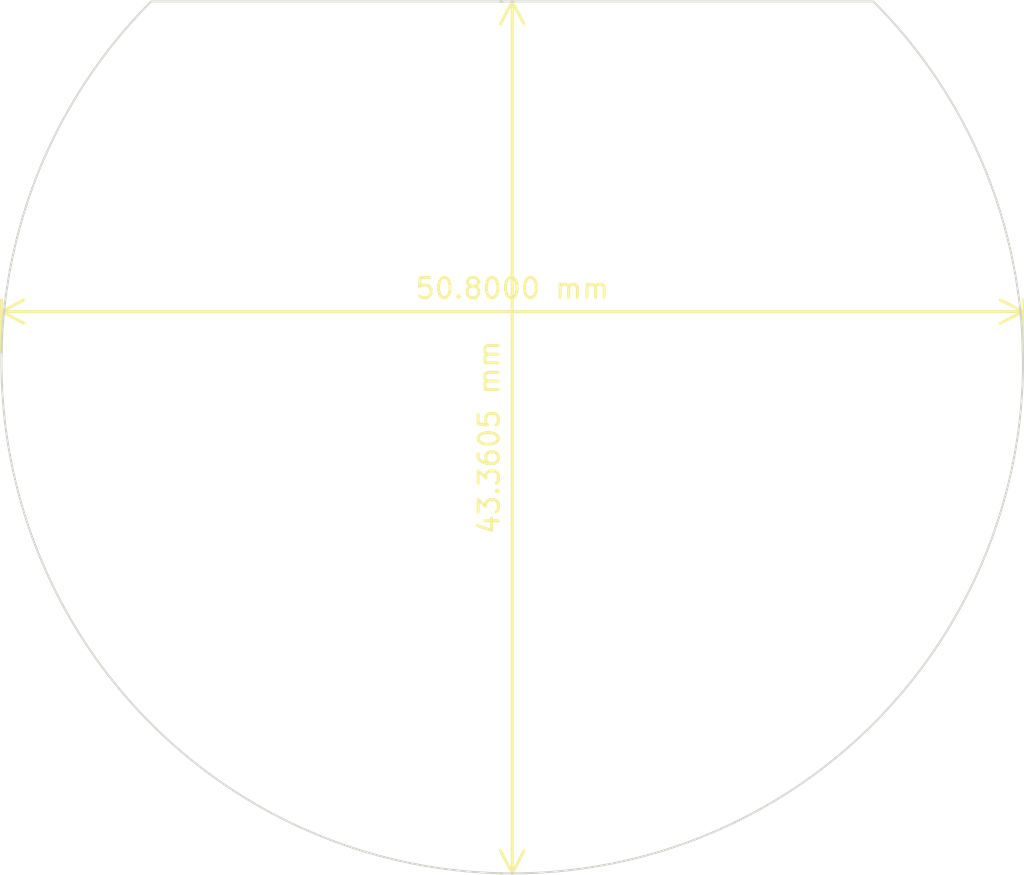
<source format=kicad_pcb>
(kicad_pcb (version 20211014) (generator pcbnew)

  (general
    (thickness 1.6)
  )

  (paper "A4")
  (layers
    (0 "F.Cu" signal)
    (31 "B.Cu" signal)
    (32 "B.Adhes" user "B.Adhesive")
    (33 "F.Adhes" user "F.Adhesive")
    (34 "B.Paste" user)
    (35 "F.Paste" user)
    (36 "B.SilkS" user "B.Silkscreen")
    (37 "F.SilkS" user "F.Silkscreen")
    (38 "B.Mask" user)
    (39 "F.Mask" user)
    (40 "Dwgs.User" user "User.Drawings")
    (41 "Cmts.User" user "User.Comments")
    (42 "Eco1.User" user "User.Eco1")
    (43 "Eco2.User" user "User.Eco2")
    (44 "Edge.Cuts" user)
    (45 "Margin" user)
    (46 "B.CrtYd" user "B.Courtyard")
    (47 "F.CrtYd" user "F.Courtyard")
    (48 "B.Fab" user)
    (49 "F.Fab" user)
    (50 "User.1" user)
    (51 "User.2" user)
    (52 "User.3" user)
    (53 "User.4" user)
    (54 "User.5" user)
    (55 "User.6" user)
    (56 "User.7" user)
    (57 "User.8" user)
    (58 "User.9" user)
  )

  (setup
    (pad_to_mask_clearance 0)
    (pcbplotparams
      (layerselection 0x00010fc_ffffffff)
      (disableapertmacros false)
      (usegerberextensions false)
      (usegerberattributes true)
      (usegerberadvancedattributes true)
      (creategerberjobfile true)
      (dashed_line_dash_ratio 12.000000)
      (dashed_line_gap_ratio 3.000000)
      (svgprecision 4)
      (plotframeref false)
      (viasonmask false)
      (mode 1)
      (useauxorigin false)
      (hpglpennumber 1)
      (hpglpenspeed 20)
      (hpglpendiameter 15.000000)
      (dxfpolygonmode true)
      (dxfimperialunits true)
      (dxfusepcbnewfont true)
      (psnegative false)
      (psa4output false)
      (plotreference true)
      (plotvalue true)
      (plotinvisibletext false)
      (sketchpadsonfab false)
      (subtractmaskfromsilk false)
      (outputformat 1)
      (mirror false)
      (drillshape 1)
      (scaleselection 1)
      (outputdirectory "")
    )
  )

  (net 0 "")

  (gr_line (start 142.420512 60.779488) (end 106.499488 60.779488)
    (layer "Edge.Cuts") (tstamp 498bcf58-c0f4-4f51-ac0e-999b8e54226c))
  (gr_arc (start 142.420512 60.779488) (mid 124.46 104.14) (end 106.499488 60.779488)
    (layer "Edge.Cuts") (tstamp df935f53-1036-46e2-9596-c6c2167c87ce))
  (dimension (type aligned) (layer "F.SilkS") (tstamp 1775f529-4272-4e04-a557-792fa222d368)
    (pts (xy 124.46 104.14) (xy 124.46 60.779488))
    (height 0)
    (gr_text "43.3605 mm" (at 123.31 82.459744 90) (layer "F.SilkS") (tstamp 1775f529-4272-4e04-a557-792fa222d368)
      (effects (font (size 1 1) (thickness 0.15)))
    )
    (format (prefix "") (suffix "") (units 3) (units_format 1) (precision 4))
    (style (thickness 0.15) (arrow_length 1.27) (text_position_mode 0) (extension_height 0.58642) (extension_offset 0.5) keep_text_aligned)
  )
  (dimension (type aligned) (layer "F.SilkS") (tstamp ae907298-8357-4677-baaa-724f43a0b6a5)
    (pts (xy 149.86 78.74) (xy 99.06 78.74))
    (height 2.539999)
    (gr_text "50.8000 mm" (at 124.46 75.050001) (layer "F.SilkS") (tstamp ae907298-8357-4677-baaa-724f43a0b6a5)
      (effects (font (size 1 1) (thickness 0.15)))
    )
    (format (prefix "") (suffix "") (units 3) (units_format 1) (precision 4))
    (style (thickness 0.15) (arrow_length 1.27) (text_position_mode 0) (extension_height 0.58642) (extension_offset 0.5) keep_text_aligned)
  )

)

</source>
